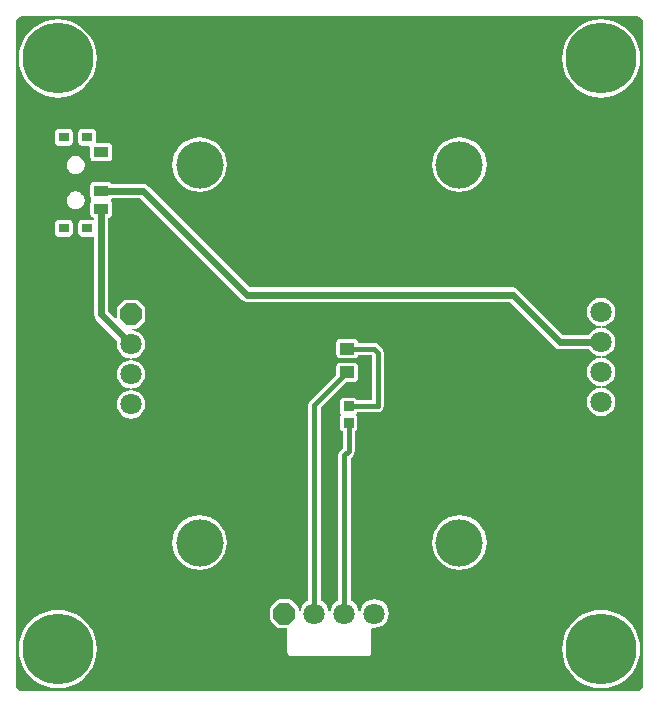
<source format=gtl>
G04 Layer_Physical_Order=1*
G04 Layer_Color=255*
%FSLAX44Y44*%
%MOMM*%
G71*
G01*
G75*
%ADD10R,1.2500X0.9000*%
%ADD11R,0.9000X0.8000*%
%ADD12R,0.8500X0.8500*%
%ADD13R,1.2500X1.0000*%
%ADD14C,0.4000*%
%ADD15C,0.6000*%
%ADD16C,6.0000*%
%ADD17C,1.8000*%
%ADD18P,1.9483X8X292.5*%
%ADD19P,1.9483X8X22.5*%
%ADD20C,4.0000*%
G36*
X537186Y585278D02*
X539040Y584040D01*
X540278Y582186D01*
X540680Y580167D01*
X540646Y580000D01*
Y20000D01*
X540680Y19833D01*
X540278Y17814D01*
X539040Y15960D01*
X537186Y14722D01*
X536199Y14526D01*
X535000Y14354D01*
Y14354D01*
X15000D01*
X14833Y14320D01*
X12814Y14722D01*
X10961Y15960D01*
X9722Y17814D01*
X9526Y18801D01*
X9354Y20000D01*
X9354D01*
Y580000D01*
X9320Y580167D01*
X9722Y582186D01*
X10961Y584040D01*
X12814Y585278D01*
X14833Y585680D01*
X15000Y585646D01*
X535000D01*
X535167Y585680D01*
X537186Y585278D01*
D02*
G37*
%LPC*%
G36*
X88000Y445319D02*
X75500D01*
X74330Y445086D01*
X73337Y444423D01*
X72674Y443430D01*
X72441Y442260D01*
Y433260D01*
X72674Y432090D01*
X73337Y431097D01*
X73447Y431024D01*
Y429496D01*
X73337Y429423D01*
X72674Y428430D01*
X72441Y427260D01*
Y418260D01*
X72674Y417090D01*
X73337Y416097D01*
X74330Y415434D01*
X75342Y415233D01*
X75472Y414395D01*
X75463Y414157D01*
X74500Y413319D01*
X65500D01*
X64330Y413086D01*
X63337Y412423D01*
X62674Y411431D01*
X62441Y410260D01*
Y402260D01*
X62674Y401090D01*
X63337Y400097D01*
X64330Y399434D01*
X65500Y399201D01*
X74500D01*
X74651Y399231D01*
X75633Y398425D01*
Y333200D01*
X76098Y330859D01*
X77424Y328874D01*
X95298Y311000D01*
X94896Y307950D01*
X95309Y304817D01*
X96518Y301898D01*
X98441Y299391D01*
X100948Y297468D01*
X103867Y296259D01*
X106095Y295966D01*
X106666Y295890D01*
Y294610D01*
X106095Y294534D01*
X103867Y294241D01*
X100948Y293032D01*
X98441Y291108D01*
X96518Y288602D01*
X95309Y285683D01*
X94896Y282550D01*
X95309Y279417D01*
X96518Y276498D01*
X98441Y273992D01*
X100948Y272068D01*
X103867Y270859D01*
X106095Y270566D01*
X106666Y270490D01*
Y269210D01*
X106095Y269134D01*
X103867Y268841D01*
X100948Y267632D01*
X98441Y265709D01*
X96518Y263202D01*
X95309Y260283D01*
X94896Y257150D01*
X95309Y254017D01*
X96518Y251098D01*
X98441Y248591D01*
X100948Y246668D01*
X103867Y245459D01*
X107000Y245047D01*
X110133Y245459D01*
X113052Y246668D01*
X115559Y248591D01*
X117482Y251098D01*
X118691Y254017D01*
X119103Y257150D01*
X118691Y260283D01*
X117482Y263202D01*
X115559Y265709D01*
X113052Y267632D01*
X110133Y268841D01*
X107905Y269134D01*
X107334Y269210D01*
Y270490D01*
X107905Y270566D01*
X110133Y270859D01*
X113052Y272068D01*
X115559Y273992D01*
X117482Y276498D01*
X118691Y279417D01*
X119103Y282550D01*
X118691Y285683D01*
X117482Y288602D01*
X115559Y291108D01*
X113052Y293032D01*
X110133Y294241D01*
X107905Y294534D01*
X107334Y294610D01*
Y295890D01*
X107905Y295966D01*
X110133Y296259D01*
X113052Y297468D01*
X115559Y299391D01*
X117482Y301898D01*
X118691Y304817D01*
X119103Y307950D01*
X118691Y311083D01*
X117482Y314002D01*
X115559Y316509D01*
X113052Y318432D01*
X110133Y319641D01*
X108255Y319888D01*
X107910Y320594D01*
X107862Y321221D01*
X107944Y321291D01*
X111500D01*
X111500Y321291D01*
X112670Y321524D01*
X113663Y322187D01*
X118163Y326687D01*
X118826Y327679D01*
X119059Y328850D01*
Y337850D01*
X119059Y337850D01*
X118826Y339021D01*
X118163Y340013D01*
X113663Y344513D01*
X112670Y345176D01*
X111500Y345409D01*
X102500D01*
X102500Y345409D01*
X101329Y345176D01*
X100337Y344513D01*
X95837Y340013D01*
X95174Y339021D01*
X94941Y337850D01*
Y330456D01*
X93671Y329930D01*
X87867Y335734D01*
Y415201D01*
X88000D01*
X89171Y415434D01*
X90163Y416097D01*
X90826Y417090D01*
X91059Y418260D01*
Y427260D01*
X90826Y428430D01*
X90163Y429423D01*
X90151Y430673D01*
X91067Y431642D01*
X114706D01*
X200674Y345674D01*
X202659Y344348D01*
X205000Y343882D01*
X427466D01*
X465674Y305674D01*
X467659Y304348D01*
X470000Y303883D01*
X494568D01*
X496441Y301441D01*
X498948Y299518D01*
X501867Y298309D01*
X504095Y298016D01*
X504666Y297940D01*
Y296660D01*
X504095Y296584D01*
X501867Y296291D01*
X498948Y295082D01*
X496441Y293158D01*
X494518Y290652D01*
X493309Y287733D01*
X492896Y284600D01*
X493309Y281467D01*
X494518Y278548D01*
X496441Y276042D01*
X498948Y274118D01*
X501867Y272909D01*
X504095Y272616D01*
X504666Y272540D01*
Y271260D01*
X504095Y271184D01*
X501867Y270891D01*
X498948Y269682D01*
X496441Y267759D01*
X494518Y265252D01*
X493309Y262333D01*
X492896Y259200D01*
X493309Y256067D01*
X494518Y253148D01*
X496441Y250641D01*
X498948Y248718D01*
X501867Y247509D01*
X505000Y247097D01*
X508133Y247509D01*
X511052Y248718D01*
X513559Y250641D01*
X515482Y253148D01*
X516691Y256067D01*
X517104Y259200D01*
X516691Y262333D01*
X515482Y265252D01*
X513559Y267759D01*
X511052Y269682D01*
X508133Y270891D01*
X505905Y271184D01*
X505334Y271260D01*
Y272540D01*
X505905Y272616D01*
X508133Y272909D01*
X511052Y274118D01*
X513559Y276042D01*
X515482Y278548D01*
X516691Y281467D01*
X517104Y284600D01*
X516691Y287733D01*
X515482Y290652D01*
X513559Y293158D01*
X511052Y295082D01*
X508133Y296291D01*
X505905Y296584D01*
X505334Y296660D01*
Y297940D01*
X505905Y298016D01*
X508133Y298309D01*
X511052Y299518D01*
X513559Y301441D01*
X515482Y303948D01*
X516691Y306867D01*
X517104Y310000D01*
X516691Y313133D01*
X515482Y316052D01*
X513559Y318559D01*
X511052Y320482D01*
X508133Y321691D01*
X505905Y321984D01*
X505334Y322060D01*
Y323340D01*
X505905Y323416D01*
X508133Y323709D01*
X511052Y324918D01*
X513559Y326842D01*
X515482Y329348D01*
X516691Y332267D01*
X517104Y335400D01*
X516691Y338533D01*
X515482Y341452D01*
X513559Y343959D01*
X511052Y345882D01*
X508133Y347091D01*
X505000Y347504D01*
X501867Y347091D01*
X498948Y345882D01*
X496441Y343959D01*
X494518Y341452D01*
X493309Y338533D01*
X492896Y335400D01*
X493309Y332267D01*
X494518Y329348D01*
X496441Y326842D01*
X498948Y324918D01*
X501867Y323709D01*
X504095Y323416D01*
X504666Y323340D01*
Y322060D01*
X504095Y321984D01*
X501867Y321691D01*
X498948Y320482D01*
X496441Y318559D01*
X494568Y316117D01*
X472534D01*
X434326Y354326D01*
X432341Y355652D01*
X430000Y356118D01*
X207534D01*
X121566Y442086D01*
X119581Y443412D01*
X117240Y443877D01*
X90527D01*
X90163Y444423D01*
X89171Y445086D01*
X88000Y445319D01*
D02*
G37*
G36*
X296300Y312419D02*
X283800D01*
X282630Y312186D01*
X281637Y311523D01*
X280974Y310530D01*
X280741Y309360D01*
Y299360D01*
X280974Y298190D01*
X281637Y297197D01*
X282630Y296534D01*
X283800Y296301D01*
X296300D01*
X297471Y296534D01*
X298463Y297197D01*
X299126Y298190D01*
X299339Y299262D01*
X310208D01*
X310712Y298758D01*
Y260568D01*
X298300D01*
X298236Y260891D01*
X297573Y261883D01*
X296581Y262546D01*
X295410Y262779D01*
X286910D01*
X285739Y262546D01*
X284747Y261883D01*
X284084Y260891D01*
X283851Y259720D01*
Y251220D01*
X284084Y250049D01*
X284584Y249301D01*
X284680Y248470D01*
X284584Y247639D01*
X284084Y246891D01*
X283851Y245720D01*
Y237220D01*
X284084Y236049D01*
X284747Y235057D01*
X285739Y234394D01*
X286062Y234330D01*
Y219522D01*
X284095Y217555D01*
X282990Y215901D01*
X282602Y213950D01*
Y90877D01*
X281648Y90482D01*
X279142Y88559D01*
X277218Y86052D01*
X276009Y83133D01*
X275716Y80905D01*
X275640Y80334D01*
X274360D01*
X274284Y80905D01*
X273991Y83133D01*
X272782Y86052D01*
X270858Y88559D01*
X268352Y90482D01*
X267398Y90877D01*
Y254498D01*
X289201Y276301D01*
X296300D01*
X297471Y276534D01*
X298463Y277197D01*
X299126Y278190D01*
X299359Y279360D01*
Y289360D01*
X299126Y290530D01*
X298463Y291523D01*
X297471Y292186D01*
X296300Y292419D01*
X283800D01*
X282630Y292186D01*
X281637Y291523D01*
X280974Y290530D01*
X280741Y289360D01*
Y282261D01*
X258695Y260215D01*
X257590Y258561D01*
X257202Y256610D01*
Y90877D01*
X256248Y90482D01*
X253741Y88559D01*
X251818Y86052D01*
X250609Y83133D01*
X250362Y81255D01*
X249656Y80910D01*
X249029Y80862D01*
X248959Y80944D01*
Y84500D01*
X248959Y84500D01*
X248726Y85670D01*
X248063Y86663D01*
X243563Y91163D01*
X242570Y91826D01*
X241400Y92059D01*
X232400D01*
X232400Y92059D01*
X231229Y91826D01*
X230237Y91163D01*
X225737Y86663D01*
X225074Y85670D01*
X224841Y84500D01*
Y75500D01*
X224841Y75500D01*
X225074Y74330D01*
X225737Y73337D01*
X230237Y68837D01*
X231229Y68174D01*
X232400Y67941D01*
X238833D01*
X239441Y67200D01*
Y47200D01*
X239674Y46029D01*
X240337Y45037D01*
X241329Y44374D01*
X242500Y44141D01*
X307500D01*
X308671Y44374D01*
X309663Y45037D01*
X310326Y46029D01*
X310559Y47200D01*
Y66950D01*
X311352Y68046D01*
X311418Y68118D01*
X313100Y67896D01*
X316233Y68309D01*
X319152Y69518D01*
X321659Y71441D01*
X323582Y73948D01*
X324791Y76867D01*
X325204Y80000D01*
X324791Y83133D01*
X323582Y86052D01*
X321659Y88559D01*
X319152Y90482D01*
X316233Y91691D01*
X313100Y92104D01*
X309967Y91691D01*
X307048Y90482D01*
X304541Y88559D01*
X302618Y86052D01*
X301409Y83133D01*
X301116Y80905D01*
X301040Y80334D01*
X299760D01*
X299684Y80905D01*
X299391Y83133D01*
X298182Y86052D01*
X296259Y88559D01*
X293752Y90482D01*
X292798Y90877D01*
Y211838D01*
X294765Y213805D01*
X295870Y215459D01*
X296258Y217410D01*
Y234330D01*
X296581Y234394D01*
X297573Y235057D01*
X298236Y236049D01*
X298469Y237220D01*
Y245720D01*
X298236Y246891D01*
X297736Y247639D01*
X297640Y248470D01*
X297736Y249301D01*
X298236Y250049D01*
X298300Y250372D01*
X315810D01*
X317761Y250760D01*
X319415Y251865D01*
X320520Y253519D01*
X320908Y255470D01*
Y300870D01*
X320520Y302821D01*
X319415Y304475D01*
X315925Y307965D01*
X314271Y309070D01*
X312320Y309458D01*
X299339D01*
X299126Y310530D01*
X298463Y311523D01*
X297471Y312186D01*
X296300Y312419D01*
D02*
G37*
G36*
X54500Y413319D02*
X45500D01*
X44330Y413086D01*
X43337Y412423D01*
X42674Y411431D01*
X42441Y410260D01*
Y402260D01*
X42674Y401090D01*
X43337Y400097D01*
X44330Y399434D01*
X45500Y399201D01*
X54500D01*
X55670Y399434D01*
X56663Y400097D01*
X57326Y401090D01*
X57559Y402260D01*
Y410260D01*
X57326Y411431D01*
X56663Y412423D01*
X55670Y413086D01*
X54500Y413319D01*
D02*
G37*
G36*
X385000Y163111D02*
X380491Y162667D01*
X376156Y161352D01*
X372160Y159216D01*
X368658Y156342D01*
X365784Y152840D01*
X363648Y148844D01*
X362333Y144509D01*
X361889Y140000D01*
X362333Y135491D01*
X363648Y131156D01*
X365784Y127160D01*
X368658Y123658D01*
X372160Y120784D01*
X376156Y118648D01*
X380491Y117333D01*
X385000Y116889D01*
X389509Y117333D01*
X393844Y118648D01*
X397840Y120784D01*
X401342Y123658D01*
X404216Y127160D01*
X406352Y131156D01*
X407667Y135491D01*
X408111Y140000D01*
X407667Y144509D01*
X406352Y148844D01*
X404216Y152840D01*
X401342Y156342D01*
X397840Y159216D01*
X393844Y161352D01*
X389509Y162667D01*
X385000Y163111D01*
D02*
G37*
G36*
X45000Y83102D02*
X39822Y82695D01*
X34771Y81482D01*
X29972Y79494D01*
X25543Y76780D01*
X21593Y73407D01*
X18220Y69457D01*
X15506Y65028D01*
X13518Y60229D01*
X12306Y55178D01*
X11898Y50000D01*
X12306Y44822D01*
X13518Y39771D01*
X15506Y34972D01*
X18220Y30543D01*
X21593Y26593D01*
X25543Y23220D01*
X29972Y20506D01*
X34771Y18518D01*
X39822Y17306D01*
X45000Y16898D01*
X50178Y17306D01*
X55229Y18518D01*
X60028Y20506D01*
X64457Y23220D01*
X68407Y26593D01*
X71780Y30543D01*
X74494Y34972D01*
X76482Y39771D01*
X77695Y44822D01*
X78102Y50000D01*
X77695Y55178D01*
X76482Y60229D01*
X74494Y65028D01*
X71780Y69457D01*
X68407Y73407D01*
X64457Y76780D01*
X60028Y79494D01*
X55229Y81482D01*
X50178Y82695D01*
X45000Y83102D01*
D02*
G37*
G36*
X505000D02*
X499822Y82695D01*
X494771Y81482D01*
X489972Y79494D01*
X485543Y76780D01*
X481593Y73407D01*
X478220Y69457D01*
X475506Y65028D01*
X473518Y60229D01*
X472305Y55178D01*
X471898Y50000D01*
X472305Y44822D01*
X473518Y39771D01*
X475506Y34972D01*
X478220Y30543D01*
X481593Y26593D01*
X485543Y23220D01*
X489972Y20506D01*
X494771Y18518D01*
X499822Y17306D01*
X505000Y16898D01*
X510178Y17306D01*
X515229Y18518D01*
X520028Y20506D01*
X524457Y23220D01*
X528407Y26593D01*
X531780Y30543D01*
X534494Y34972D01*
X536482Y39771D01*
X537695Y44822D01*
X538102Y50000D01*
X537695Y55178D01*
X536482Y60229D01*
X534494Y65028D01*
X531780Y69457D01*
X528407Y73407D01*
X524457Y76780D01*
X520028Y79494D01*
X515229Y81482D01*
X510178Y82695D01*
X505000Y83102D01*
D02*
G37*
G36*
X165000Y163111D02*
X160491Y162667D01*
X156156Y161352D01*
X152160Y159216D01*
X148658Y156342D01*
X145784Y152840D01*
X143648Y148844D01*
X142333Y144509D01*
X141889Y140000D01*
X142333Y135491D01*
X143648Y131156D01*
X145784Y127160D01*
X148658Y123658D01*
X152160Y120784D01*
X156156Y118648D01*
X160491Y117333D01*
X165000Y116889D01*
X169509Y117333D01*
X173844Y118648D01*
X177840Y120784D01*
X181342Y123658D01*
X184216Y127160D01*
X186352Y131156D01*
X187667Y135491D01*
X188111Y140000D01*
X187667Y144509D01*
X186352Y148844D01*
X184216Y152840D01*
X181342Y156342D01*
X177840Y159216D01*
X173844Y161352D01*
X169509Y162667D01*
X165000Y163111D01*
D02*
G37*
G36*
X60597Y437348D02*
X59403D01*
X57648Y436999D01*
X56545Y436542D01*
X55056Y435548D01*
X54212Y434704D01*
X53218Y433215D01*
X52761Y432113D01*
X52412Y430357D01*
Y430056D01*
X52353Y429760D01*
X52412Y429464D01*
Y429163D01*
X52761Y427407D01*
X53218Y426305D01*
X54212Y424816D01*
X55056Y423972D01*
X56545Y422978D01*
X57648Y422521D01*
X59403Y422172D01*
X60597D01*
X62352Y422521D01*
X63455Y422978D01*
X64944Y423972D01*
X65788Y424816D01*
X66782Y426305D01*
X67239Y427407D01*
X67588Y429163D01*
Y429464D01*
X67647Y429760D01*
X67588Y430056D01*
Y430357D01*
X67239Y432113D01*
X66782Y433215D01*
X65788Y434704D01*
X64944Y435548D01*
X63455Y436542D01*
X62353Y436999D01*
X60597Y437348D01*
D02*
G37*
G36*
X54500Y490319D02*
X45500D01*
X44330Y490086D01*
X43337Y489423D01*
X42674Y488430D01*
X42441Y487260D01*
Y479260D01*
X42674Y478089D01*
X43337Y477097D01*
X44330Y476434D01*
X45500Y476201D01*
X54500D01*
X55670Y476434D01*
X56663Y477097D01*
X57326Y478089D01*
X57559Y479260D01*
Y487260D01*
X57326Y488430D01*
X56663Y489423D01*
X55670Y490086D01*
X54500Y490319D01*
D02*
G37*
G36*
X45000Y583102D02*
X39822Y582695D01*
X34771Y581482D01*
X29972Y579494D01*
X25543Y576780D01*
X21593Y573407D01*
X18220Y569457D01*
X15506Y565028D01*
X13518Y560229D01*
X12306Y555178D01*
X11898Y550000D01*
X12306Y544822D01*
X13518Y539771D01*
X15506Y534972D01*
X18220Y530543D01*
X21593Y526593D01*
X25543Y523220D01*
X29972Y520506D01*
X34771Y518518D01*
X39822Y517305D01*
X45000Y516898D01*
X50178Y517305D01*
X55229Y518518D01*
X60028Y520506D01*
X64457Y523220D01*
X68407Y526593D01*
X71780Y530543D01*
X74494Y534972D01*
X76482Y539771D01*
X77695Y544822D01*
X78102Y550000D01*
X77695Y555178D01*
X76482Y560229D01*
X74494Y565028D01*
X71780Y569457D01*
X68407Y573407D01*
X64457Y576780D01*
X60028Y579494D01*
X55229Y581482D01*
X50178Y582695D01*
X45000Y583102D01*
D02*
G37*
G36*
X505000D02*
X499822Y582695D01*
X494771Y581482D01*
X489972Y579494D01*
X485543Y576780D01*
X481593Y573407D01*
X478220Y569457D01*
X475506Y565028D01*
X473518Y560229D01*
X472305Y555178D01*
X471898Y550000D01*
X472305Y544822D01*
X473518Y539771D01*
X475506Y534972D01*
X478220Y530543D01*
X481593Y526593D01*
X485543Y523220D01*
X489972Y520506D01*
X494771Y518518D01*
X499822Y517305D01*
X505000Y516898D01*
X510178Y517305D01*
X515229Y518518D01*
X520028Y520506D01*
X524457Y523220D01*
X528407Y526593D01*
X531780Y530543D01*
X534494Y534972D01*
X536482Y539771D01*
X537695Y544822D01*
X538102Y550000D01*
X537695Y555178D01*
X536482Y560229D01*
X534494Y565028D01*
X531780Y569457D01*
X528407Y573407D01*
X524457Y576780D01*
X520028Y579494D01*
X515229Y581482D01*
X510178Y582695D01*
X505000Y583102D01*
D02*
G37*
G36*
X74500Y490319D02*
X65500D01*
X64330Y490086D01*
X63337Y489423D01*
X62674Y488430D01*
X62441Y487260D01*
Y479260D01*
X62674Y478089D01*
X63337Y477097D01*
X64330Y476434D01*
X65500Y476201D01*
X71669D01*
X72441Y475260D01*
Y466260D01*
X72674Y465089D01*
X73337Y464097D01*
X74330Y463434D01*
X75500Y463201D01*
X88000D01*
X89171Y463434D01*
X90163Y464097D01*
X90826Y465089D01*
X91059Y466260D01*
Y475260D01*
X90826Y476431D01*
X90163Y477423D01*
X89171Y478086D01*
X88000Y478319D01*
X78331D01*
X77559Y479260D01*
Y487260D01*
X77326Y488430D01*
X76663Y489423D01*
X75670Y490086D01*
X74500Y490319D01*
D02*
G37*
G36*
X165000Y483111D02*
X160491Y482667D01*
X156156Y481352D01*
X152160Y479216D01*
X148658Y476342D01*
X145784Y472840D01*
X143648Y468844D01*
X142333Y464509D01*
X141889Y460000D01*
X142333Y455491D01*
X143648Y451156D01*
X145784Y447160D01*
X148658Y443658D01*
X152160Y440784D01*
X156156Y438648D01*
X160491Y437333D01*
X165000Y436889D01*
X169509Y437333D01*
X173844Y438648D01*
X177840Y440784D01*
X181342Y443658D01*
X184216Y447160D01*
X186352Y451156D01*
X187667Y455491D01*
X188111Y460000D01*
X187667Y464509D01*
X186352Y468844D01*
X184216Y472840D01*
X181342Y476342D01*
X177840Y479216D01*
X173844Y481352D01*
X169509Y482667D01*
X165000Y483111D01*
D02*
G37*
G36*
X385000D02*
X380491Y482667D01*
X376156Y481352D01*
X372160Y479216D01*
X368658Y476342D01*
X365784Y472840D01*
X363648Y468844D01*
X362333Y464509D01*
X361889Y460000D01*
X362333Y455491D01*
X363648Y451156D01*
X365784Y447160D01*
X368658Y443658D01*
X372160Y440784D01*
X376156Y438648D01*
X380491Y437333D01*
X385000Y436889D01*
X389509Y437333D01*
X393844Y438648D01*
X397840Y440784D01*
X401342Y443658D01*
X404216Y447160D01*
X406352Y451156D01*
X407667Y455491D01*
X408111Y460000D01*
X407667Y464509D01*
X406352Y468844D01*
X404216Y472840D01*
X401342Y476342D01*
X397840Y479216D01*
X393844Y481352D01*
X389509Y482667D01*
X385000Y483111D01*
D02*
G37*
G36*
X60597Y467348D02*
X59403D01*
X57648Y466999D01*
X56545Y466542D01*
X55056Y465548D01*
X54212Y464704D01*
X53218Y463215D01*
X52761Y462113D01*
X52412Y460357D01*
Y460056D01*
X52353Y459760D01*
X52412Y459464D01*
Y459163D01*
X52761Y457407D01*
X53218Y456305D01*
X54212Y454816D01*
X55056Y453972D01*
X56545Y452978D01*
X57648Y452521D01*
X59403Y452172D01*
X60597D01*
X62352Y452521D01*
X63455Y452978D01*
X64944Y453972D01*
X65788Y454816D01*
X66782Y456305D01*
X67239Y457407D01*
X67588Y459163D01*
Y459464D01*
X67647Y459760D01*
X67588Y460056D01*
Y460357D01*
X67239Y462113D01*
X66782Y463215D01*
X65788Y464704D01*
X64944Y465548D01*
X63455Y466542D01*
X62353Y466999D01*
X60597Y467348D01*
D02*
G37*
%LPD*%
D10*
X81750Y470760D02*
D03*
Y437760D02*
D03*
Y422760D02*
D03*
D11*
X50000Y406260D02*
D03*
X70000D02*
D03*
X50000Y483260D02*
D03*
X70000D02*
D03*
D12*
X291160Y241470D02*
D03*
Y255470D02*
D03*
D13*
X290050Y284360D02*
D03*
Y304360D02*
D03*
D14*
X262300Y80000D02*
Y256610D01*
X290050Y284360D01*
Y304360D02*
X312320D01*
X315810Y300870D01*
Y255470D02*
Y300870D01*
X291160Y255470D02*
X315810D01*
X291160Y217410D02*
Y241470D01*
X287700Y213950D02*
X291160Y217410D01*
X287700Y80000D02*
Y213950D01*
D15*
X81750Y437760D02*
X117240D01*
X205000Y350000D01*
X430000D01*
X470000Y310000D01*
X505000D01*
X81750Y333200D02*
X107000Y307950D01*
X81750Y333200D02*
Y422760D01*
D16*
X505000Y550000D02*
D03*
X45000D02*
D03*
Y50000D02*
D03*
X505000D02*
D03*
D17*
Y335400D02*
D03*
Y259200D02*
D03*
Y284600D02*
D03*
Y310000D02*
D03*
X107000Y307950D02*
D03*
Y282550D02*
D03*
Y257150D02*
D03*
X313100Y80000D02*
D03*
X287700D02*
D03*
X262300D02*
D03*
D18*
X107000Y333350D02*
D03*
D19*
X236900Y80000D02*
D03*
D20*
X165000Y460000D02*
D03*
Y140000D02*
D03*
X385000D02*
D03*
Y460000D02*
D03*
M02*

</source>
